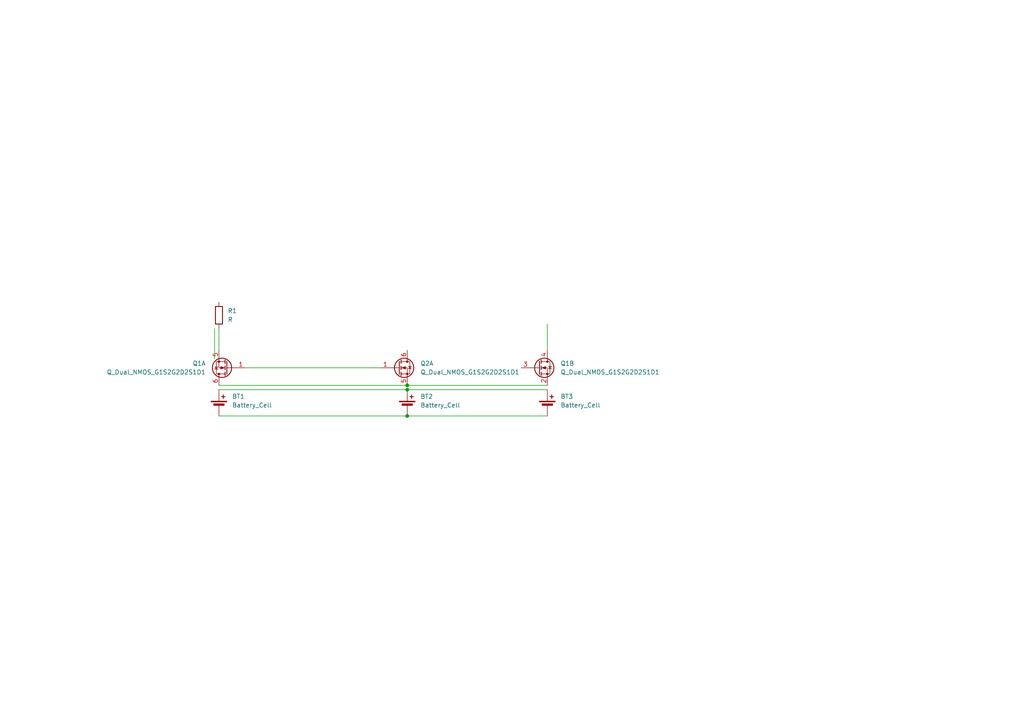
<source format=kicad_sch>
(kicad_sch (version 20230121) (generator eeschema)
  (paper "A4")
  (lib_symbols
    (symbol "Device:Battery_Cell" (pin_numbers hide) (pin_names (offset 0) hide)
      (property "Reference" "BT" (at 2.54 2.54 0))
      (property "Value" "Battery_Cell" (at 2.54 0 0))
      (symbol "Battery_Cell_0_1"
        (rectangle (start -2.286 1.778) (end 2.286 1.524) (fill (type outline)))
        (rectangle (start -1.524 1.016) (end 1.524 0.508) (fill (type outline)))
        (polyline (pts (xy 0 0.762) (xy 0 0)))
        (polyline (pts (xy 0 1.778) (xy 0 2.54)))
        (polyline (pts (xy 0.762 3.048) (xy 1.778 3.048)) (stroke (width 0.254)))
        (polyline (pts (xy 1.27 3.556) (xy 1.27 2.54)) (stroke (width 0.254)))
      )
      (symbol "Battery_Cell_1_1"
        (pin passive line (at 0 5.08 270) (length 2.54) (name "+") (number "1"))
        (pin passive line (at 0 -2.54 90) (length 2.54) (name "-") (number "2"))
      )
    )
    (symbol "Device:Q_Dual_NMOS_G1S2G2D2S1D1" (pin_names (offset 0) hide)
      (property "Reference" "Q" (at 6.35 1.27 0))
      (property "Value" "Q_Dual_NMOS_G1S2G2D2S1D1" (at 19.05 -1.27 0))
      (symbol "Q_Dual_NMOS_G1S2G2D2S1D1_0_1"
        (polyline (pts (xy 0.254 0) (xy -2.54 0)))
        (polyline (pts (xy 0.254 1.905) (xy 0.254 -1.905)) (stroke (width 0.254)))
        (polyline (pts (xy 0.762 -1.27) (xy 0.762 -2.286)) (stroke (width 0.254)))
        (polyline (pts (xy 0.762 0.508) (xy 0.762 -0.508)) (stroke (width 0.254)))
        (polyline (pts (xy 0.762 2.286) (xy 0.762 1.27)) (stroke (width 0.254)))
        (polyline (pts (xy 2.54 2.54) (xy 2.54 1.778)))
        (polyline (pts (xy 2.54 -2.54) (xy 2.54 0) (xy 0.762 0)))
        (polyline (pts (xy 0.762 -1.778) (xy 3.302 -1.778) (xy 3.302 1.778) (xy 0.762 1.778)))
        (polyline (pts (xy 1.016 0) (xy 2.032 0.381) (xy 2.032 -0.381) (xy 1.016 0)) (fill (type outline)))
        (polyline (pts (xy 2.794 0.508) (xy 2.921 0.381) (xy 3.683 0.381) (xy 3.81 0.254)))
        (polyline (pts (xy 3.302 0.381) (xy 2.921 -0.254) (xy 3.683 -0.254) (xy 3.302 0.381)))
        (circle (center 1.651 0) (radius 2.794) (stroke (width 0.254)))
        (circle (center 2.54 -1.778) (radius 0.254) (fill (type outline)))
        (circle (center 2.54 1.778) (radius 0.254) (fill (type outline)))
      )
      (symbol "Q_Dual_NMOS_G1S2G2D2S1D1_1_1"
        (pin input line (at -5.08 0 0) (length 2.54) (name "G") (number "1"))
        (pin passive line (at 2.54 -5.08 90) (length 2.54) (name "S") (number "5"))
        (pin passive line (at 2.54 5.08 270) (length 2.54) (name "D") (number "6"))
      )
      (symbol "Q_Dual_NMOS_G1S2G2D2S1D1_2_1"
        (pin passive line (at 2.54 -5.08 90) (length 2.54) (name "S") (number "2"))
        (pin input line (at -5.08 0 0) (length 2.54) (name "G") (number "3"))
        (pin passive line (at 2.54 5.08 270) (length 2.54) (name "D") (number "4"))
      )
    )
    (symbol "Device:R" (pin_numbers hide) (pin_names (offset 0))
      (property "Reference" "R" (at 2.032 0 90))
      (property "Value" "R" (at 0 0 90))
      (symbol "R_0_1"
        (rectangle (start -1.016 -2.54) (end 1.016 2.54) (stroke (width 0.254)))
      )
      (symbol "R_1_1"
        (pin passive line (at 0 3.81 270) (length 1.27) (name "~") (number "1"))
        (pin passive line (at 0 -3.81 90) (length 1.27) (name "~") (number "2"))
      )
    )
  )
  (junction (at 118.11 113.03))
  (junction (at 118.11 111.76))
  (junction (at 118.11 120.65))
  (wire (pts (xy 118.11 113.03) (xy 158.75 113.03)))
  (wire (pts (xy 118.11 111.76) (xy 158.75 111.76)))
  (wire (pts (xy 71.12 106.68) (xy 110.49 106.68)))
  (wire (pts (xy 63.5 111.76) (xy 118.11 111.76)))
  (wire (pts (xy 63.5 120.65) (xy 118.11 120.65)))
  (wire (pts (xy 158.75 93.98) (xy 158.75 101.6)))
  (wire (pts (xy 63.5 113.03) (xy 118.11 113.03)))
  (wire (pts (xy 62.23 95.25) (xy 62.23 104.14)))
  (wire (pts (xy 63.5 95.25) (xy 63.5 101.6)))
  (wire (pts (xy 118.11 120.65) (xy 158.75 120.65)))
  (symbol (lib_id "Device:Q_Dual_NMOS_G1S2G2D2S1D1") (at 115.57 106.68 0) (unit 1)
    (property "Reference" "Q2" (at 121.92 105.41 0) (effects (justify left)))
    (property "Value" "Q_Dual_NMOS_G1S2G2D2S1D1" (at 121.92 107.95 0) (effects (justify left)))
  )
  (symbol (lib_id "Device:R") (at 63.5 91.44 0) (unit 1)
    (property "Reference" "R1" (at 66.04 90.17 0) (effects (justify left)))
    (property "Value" "R" (at 66.04 92.71 0) (effects (justify left)))
  )
  (symbol (lib_id "Device:Q_Dual_NMOS_G1S2G2D2S1D1") (at 66.04 106.68 180) (unit 1)
    (property "Reference" "Q1" (at 59.69 105.41 0) (effects (justify left)))
    (property "Value" "Q_Dual_NMOS_G1S2G2D2S1D1" (at 59.69 107.95 0) (effects (justify left)))
  )
  (symbol (lib_id "Device:Battery_Cell") (at 63.5 118.11 0) (unit 1)
    (property "Reference" "BT1" (at 67.31 114.9985 0) (effects (justify left)))
    (property "Value" "Battery_Cell" (at 67.31 117.5385 0) (effects (justify left)))
  )
  (symbol (lib_id "Device:Q_Dual_NMOS_G1S2G2D2S1D1") (at 156.21 106.68 0) (unit 2)
    (property "Reference" "Q1" (at 162.56 105.41 0) (effects (justify left)))
    (property "Value" "Q_Dual_NMOS_G1S2G2D2S1D1" (at 162.56 107.95 0) (effects (justify left)))
  )
  (symbol (lib_id "Device:Battery_Cell") (at 158.75 118.11 0) (unit 1)
    (property "Reference" "BT3" (at 162.56 114.9985 0) (effects (justify left)))
    (property "Value" "Battery_Cell" (at 162.56 117.5385 0) (effects (justify left)))
  )
  (symbol (lib_id "Device:Battery_Cell") (at 118.11 118.11 0) (unit 1)
    (property "Reference" "BT2" (at 121.92 114.9985 0) (effects (justify left)))
    (property "Value" "Battery_Cell" (at 121.92 117.5385 0) (effects (justify left)))
  )
)
</source>
